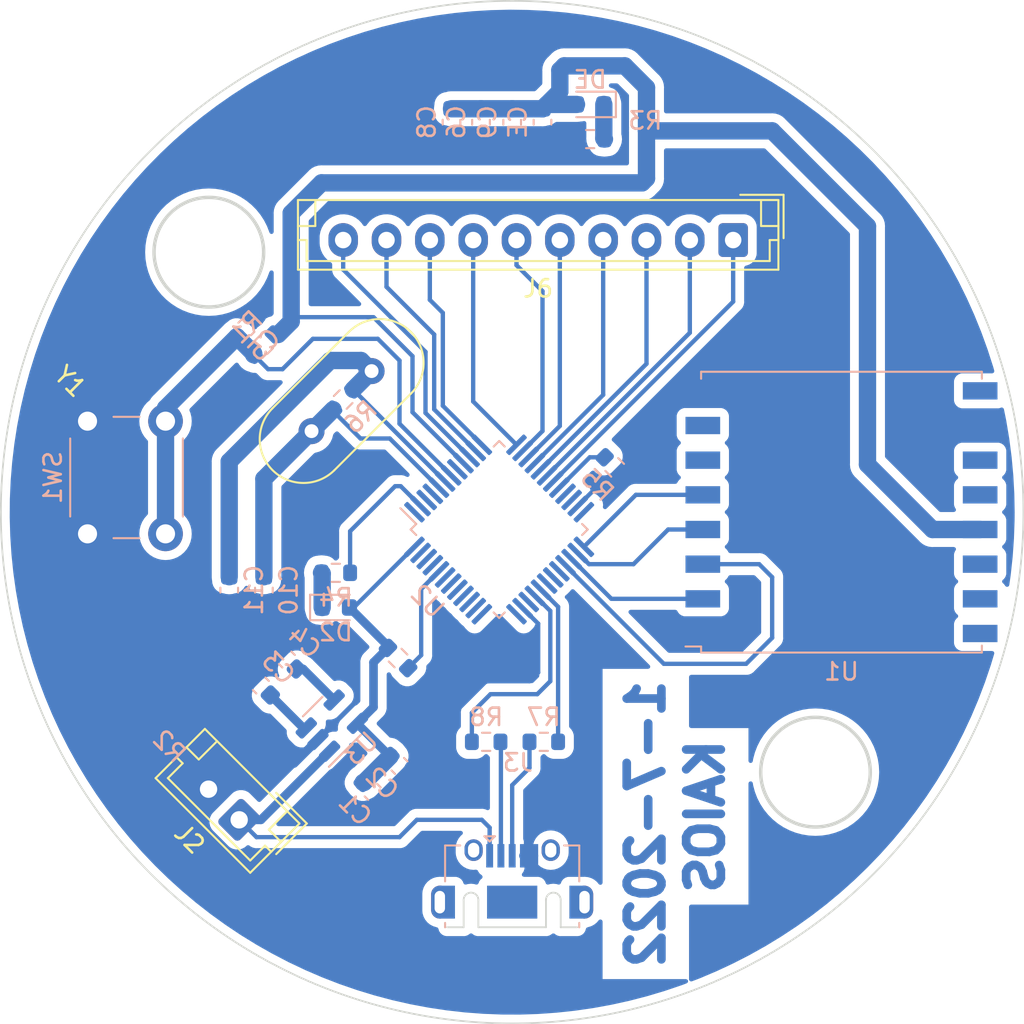
<source format=kicad_pcb>
(kicad_pcb (version 20211014) (generator pcbnew)
  (layers (0 "F.Cu" signal) (31 "B.Cu" signal) (34 "B.Paste" user) (35 "F.Paste" user) (36 "B.SilkS" user "B.Silkscreen") (37 "F.SilkS" user "F.Silkscreen") (38 "B.Mask" user) (39 "F.Mask" user) (44 "Edge.Cuts" user))
  (net 0 "")
  (net 1 "/3V3")
  (net 2 "GND")
  (net 3 "/5V")
  (net 4 "Net-(C4-Pad1)")
  (net 5 "/RESET")
  (net 6 "/OSC_IN")
  (net 7 "/OSC_OUT")
  (net 8 "Net-(D1-Pad1)")
  (net 9 "Net-(D2-Pad1)")
  (net 10 "/BOOT0")
  (net 11 "/PC13")
  (net 12 "/BOOT1")
  (net 13 "/PA11")
  (net 14 "/PA12")
  (net 22 "/VB")
  (net 30 "/SWDIO")
  (net 31 "/SWCLK")
  (net 41 "Net-(J3-Pad2)")
  (net 42 "/NSS")
  (net 43 "/SCK")
  (net 44 "/MOSI")
  (net 45 "/MISO")
  (net 46 "Net-(J3-Pad3)")
  (net 47 "Net-(J4-Pad1)")
  (net 48 "/B1")
  (net 49 "/B0")
  (net 50 "/A7")
  (net 51 "/A6")
  (net 52 "/A5")
  (net 53 "/A4")
  (net 54 "/A3")
  (net 55 "/A2")
  (net 56 "/A1")
  (net 57 "/A0")
  (footprint "Crystal:Crystal_HC18-U_Vertical" (layer "F.Cu") (at 108.925 90.325 45)
    (fp_text reference "Y1" (at -7.820534 -11.871321 135) (layer "F.SilkS"))
    (fp_text value "8M")
    (fp_line (start -0.675 2.525) (end 5.575 2.525) (layer "F.SilkS") (width 0.12))
    (fp_line (start -0.675 -2.525) (end 5.575 -2.525) (layer "F.SilkS") (width 0.12))
    (fp_arc (start -0.675 2.525) (mid -3.2 0) (end -0.675 -2.525) (layer "F.SilkS") (width 0.12))
    (fp_arc (start 5.575 -2.525) (mid 8.1 -0.000001) (end 5.575 2.525) (layer "F.SilkS") (width 0.12))
    (pad "1" thru_hole circle (at 0 0 45) (size 1.5 1.5) (drill 0.8) (layers *.Cu *.Mask) (net 6 "/OSC_IN"))
    (pad "2" thru_hole circle (at 4.9 0 45) (size 1.5 1.5) (drill 0.8) (layers *.Cu *.Mask) (net 7 "/OSC_OUT"))
  )
  (footprint "Connector_JST:JST_EH_B10B-EH-A_1x10_P2.50mm_Vertical" (layer "F.Cu") (at 133.25 79.3 180)
    (fp_text reference "J6" (at 11.25 -2.8) (layer "F.SilkS"))
    (fp_text value "Conn_01x10")
    (fp_line (start -2.61 -1.71) (end -2.61 2.31) (layer "F.SilkS") (width 0.12))
    (fp_line (start -1.61 0.81) (end -1.61 2.31) (layer "F.SilkS") (width 0.12))
    (fp_line (start -2.91 2.61) (end -0.41 2.61) (layer "F.SilkS") (width 0.12))
    (fp_line (start 25.11 -1.71) (end -2.61 -1.71) (layer "F.SilkS") (width 0.12))
    (fp_line (start 25.11 2.31) (end 25.11 -1.71) (layer "F.SilkS") (width 0.12))
    (fp_line (start 25.11 0.81) (end 24.11 0.81) (layer "F.SilkS") (width 0.12))
    (fp_line (start -2.61 0) (end -2.11 0) (layer "F.SilkS") (width 0.12))
    (fp_line (start 24.61 0) (end 25.11 0) (layer "F.SilkS") (width 0.12))
    (fp_line (start -2.91 0.11) (end -2.91 2.61) (layer "F.SilkS") (width 0.12))
    (fp_line (start -2.11 0) (end -2.11 -1.21) (layer "F.SilkS") (width 0.12))
    (fp_line (start 24.11 0.81) (end 24.11 2.31) (layer "F.SilkS") (width 0.12))
    (fp_line (start -2.11 -1.21) (end 24.61 -1.21) (layer "F.SilkS") (width 0.12))
    (fp_line (start 24.61 -1.21) (end 24.61 0) (layer "F.SilkS") (width 0.12))
    (fp_line (start -2.61 0.81) (end -1.61 0.81) (layer "F.SilkS") (width 0.12))
    (fp_line (start -2.61 2.31) (end 25.11 2.31) (layer "F.SilkS") (width 0.12))
    (pad "1" thru_hole roundrect (at 0 0 180) (size 1.7 1.95) (drill 0.95) (layers *.Cu *.Mask) (roundrect_rratio 0.147059) (net 48 "/B1"))
    (pad "2" thru_hole oval (at 2.5 0 180) (size 1.7 1.95) (drill 0.95) (layers *.Cu *.Mask) (net 49 "/B0"))
    (pad "3" thru_hole oval (at 5 0 180) (size 1.7 1.95) (drill 0.95) (layers *.Cu *.Mask) (net 50 "/A7"))
    (pad "4" thru_hole oval (at 7.5 0 180) (size 1.7 1.95) (drill 0.95) (layers *.Cu *.Mask) (net 51 "/A6"))
    (pad "5" thru_hole oval (at 10 0 180) (size 1.7 1.95) (drill 0.95) (layers *.Cu *.Mask) (net 52 "/A5"))
    (pad "6" thru_hole oval (at 12.5 0 180) (size 1.7 1.95) (drill 0.95) (layers *.Cu *.Mask) (net 53 "/A4"))
    (pad "7" thru_hole oval (at 15 0 180) (size 1.7 1.95) (drill 0.95) (layers *.Cu *.Mask) (net 54 "/A3"))
    (pad "8" thru_hole oval (at 17.5 0 180) (size 1.7 1.95) (drill 0.95) (layers *.Cu *.Mask) (net 55 "/A2"))
    (pad "9" thru_hole oval (at 20 0 180) (size 1.7 1.95) (drill 0.95) (layers *.Cu *.Mask) (net 56 "/A1"))
    (pad "10" thru_hole oval (at 22.5 0 180) (size 1.7 1.95) (drill 0.95) (layers *.Cu *.Mask) (net 57 "/A0"))
  )
  (footprint "Connector_JST:JST_EH_B2B-EH-A_1x02_P2.50mm_Vertical" (layer "F.Cu") (at 104.75 112.75 135)
    (fp_text reference "J2" (at 1.249999 -2.8 135) (layer "F.SilkS"))
    (fp_text value "Battery")
    (fp_line (start 4.11 0.81) (end 4.11 2.31) (layer "F.SilkS") (width 0.12))
    (fp_line (start 5.11 2.31) (end 5.11 -1.71) (layer "F.SilkS") (width 0.12))
    (fp_line (start -2.11 0) (end -2.11 -1.21) (layer "F.SilkS") (width 0.12))
    (fp_line (start -2.91 0.11) (end -2.91 2.61) (layer "F.SilkS") (width 0.12))
    (fp_line (start 5.11 -1.71) (end -2.61 -1.71) (layer "F.SilkS") (width 0.12))
    (fp_line (start 5.11 0.81) (end 4.11 0.81) (layer "F.SilkS") (width 0.12))
    (fp_line (start -2.61 0) (end -2.11 0) (layer "F.SilkS") (width 0.12))
    (fp_line (start -2.91 2.61) (end -0.41 2.61) (layer "F.SilkS") (width 0.12))
    (fp_line (start -1.61 0.81) (end -1.61 2.31) (layer "F.SilkS") (width 0.12))
    (fp_line (start -2.61 2.31) (end 5.11 2.31) (layer "F.SilkS") (width 0.12))
    (fp_line (start 4.61 0) (end 5.11 0) (layer "F.SilkS") (width 0.12))
    (fp_line (start 4.61 -1.21) (end 4.61 0) (layer "F.SilkS") (width 0.12))
    (fp_line (start -2.61 0.81) (end -1.61 0.81) (layer "F.SilkS") (width 0.12))
    (fp_line (start -2.61 -1.71) (end -2.61 2.31) (layer "F.SilkS") (width 0.12))
    (fp_line (start -2.11 -1.21) (end 4.61 -1.21) (layer "F.SilkS") (width 0.12))
    (pad "1" thru_hole roundrect (at 0 0 135) (size 1.7 2) (drill 1) (layers *.Cu *.Mask) (roundrect_rratio 0.147059) (net 3 "/5V"))
    (pad "2" thru_hole oval (at 2.5 0 135) (size 1.7 2) (drill 1) (layers *.Cu *.Mask) (net 2 "GND"))
  )
  (footprint "LED_SMD:LED_0603_1608Metric" (layer "B.Cu") (at 110.325 100.5)
    (fp_text reference "D2" (at 0 1.43) (layer "B.SilkS") (effects (justify mirror)))
    (fp_text value "LED")
    (fp_line (start -1.485 -0.735) (end 0.8 -0.735) (layer "B.SilkS") (width 0.12))
    (fp_line (start -1.485 0.735) (end -1.485 -0.735) (layer "B.SilkS") (width 0.12))
    (fp_line (start 0.8 0.735) (end -1.485 0.735) (layer "B.SilkS") (width 0.12))
    (pad "1" smd roundrect (at -0.7875 0) (size 0.875 0.95) (layers "B.Cu" "B.Paste" "B.Mask") (net 9 "Net-(D2-Pad1)"))
    (pad "2" smd roundrect (at 0.7875 0) (size 0.875 0.95) (layers "B.Cu" "B.Paste" "B.Mask") (net 1 "/3V3"))
  )
  (footprint "RF_Module:HOPERF_RFM9XW_SMD" (layer "B.Cu") (at 139.5 95)
    (fp_text reference "U1" (at 0 9.2) (layer "B.SilkS") (effects (justify mirror)))
    (fp_text value "RFM95W-868S2")
    (fp_line (start -8.1 7.75) (end -9 7.75) (layer "B.SilkS") (width 0.12))
    (fp_line (start -8.1 -7.7) (end -8.1 -8.1) (layer "B.SilkS") (width 0.12))
    (fp_line (start -8.1 8.1) (end -8.1 7.75) (layer "B.SilkS") (width 0.12))
    (fp_line (start 8.1 -8.1) (end 8.1 -7.7) (layer "B.SilkS") (width 0.12))
    (fp_line (start -8.1 8.1) (end 8.1 8.1) (layer "B.SilkS") (width 0.12))
    (fp_line (start 8.1 8.1) (end 8.1 7.7) (layer "B.SilkS") (width 0.12))
    (fp_line (start -8.1 -8.1) (end 8.1 -8.1) (layer "B.SilkS") (width 0.12))
    (pad "1" smd rect (at -8 7) (size 2 1) (layers "B.Cu" "B.Paste" "B.Mask") (net 2 "GND"))
    (pad "2" smd rect (at -8 5) (size 2 1) (layers "B.Cu" "B.Paste" "B.Mask") (net 45 "/MISO"))
    (pad "3" smd rect (at -8 3) (size 2 1) (layers "B.Cu" "B.Paste" "B.Mask") (net 44 "/MOSI"))
    (pad "4" smd rect (at -8 1) (size 2 1) (layers "B.Cu" "B.Paste" "B.Mask") (net 43 "/SCK"))
    (pad "5" smd rect (at -8 -1) (size 2 1) (layers "B.Cu" "B.Paste" "B.Mask") (net 42 "/NSS"))
    (pad "6" smd rect (at -8 -3) (size 2 1) (layers "B.Cu" "B.Paste" "B.Mask"))
    (pad "7" smd rect (at -8 -5) (size 2 1) (layers "B.Cu" "B.Paste" "B.Mask"))
    (pad "8" smd rect (at -8 -7) (size 2 1) (layers "B.Cu" "B.Paste" "B.Mask") (net 2 "GND"))
    (pad "9" smd rect (at 8 -7) (size 2 1) (layers "B.Cu" "B.Paste" "B.Mask") (net 47 "Net-(J4-Pad1)"))
    (pad "10" smd rect (at 8 -5) (size 2 1) (layers "B.Cu" "B.Paste" "B.Mask") (net 2 "GND"))
    (pad "11" smd rect (at 8 -3) (size 2 1) (layers "B.Cu" "B.Paste" "B.Mask"))
    (pad "12" smd rect (at 8 -1) (size 2 1) (layers "B.Cu" "B.Paste" "B.Mask"))
    (pad "13" smd rect (at 8 1) (size 2 1) (layers "B.Cu" "B.Paste" "B.Mask") (net 1 "/3V3"))
    (pad "14" smd rect (at 8 3) (size 2 1) (layers "B.Cu" "B.Paste" "B.Mask"))
    (pad "15" smd rect (at 8 5) (size 2 1) (layers "B.Cu" "B.Paste" "B.Mask"))
    (pad "16" smd rect (at 8 7) (size 2 1) (layers "B.Cu" "B.Paste" "B.Mask"))
  )
  (footprint "Package_TO_SOT_SMD:TSOT-23-5" (layer "B.Cu") (at 110.098008 107.314492 45)
    (fp_text reference "U3" (at 0.255002 2.144998 45) (layer "B.SilkS") (effects (justify mirror)))
    (fp_text value "RT9193-33")
    (fp_line (start 0 -1.56) (end -0.8 -1.56) (layer "B.SilkS") (width 0.12))
    (fp_line (start 0 1.56) (end 0.8 1.56) (layer "B.SilkS") (width 0.12))
    (fp_line (start 0 1.56) (end -1.8 1.56) (layer "B.SilkS") (width 0.12))
    (fp_line (start 0 -1.56) (end 0.8 -1.56) (layer "B.SilkS") (width 0.12))
    (pad "1" smd roundrect (at -1.1375 0.95 45) (size 1.325 0.6) (layers "B.Cu" "B.Paste" "B.Mask") (net 3 "/5V"))
    (pad "2" smd roundrect (at -1.1375 0 45) (size 1.325 0.6) (layers "B.Cu" "B.Paste" "B.Mask") (net 2 "GND"))
    (pad "3" smd roundrect (at -1.1375 -0.95 45) (size 1.325 0.6) (layers "B.Cu" "B.Paste" "B.Mask") (net 3 "/5V"))
    (pad "4" smd roundrect (at 1.1375 -0.95 45) (size 1.325 0.6) (layers "B.Cu" "B.Paste" "B.Mask") (net 4 "Net-(C4-Pad1)"))
    (pad "5" smd roundrect (at 1.1375 0.95 45) (size 1.325 0.6) (layers "B.Cu" "B.Paste" "B.Mask") (net 1 "/3V3"))
  )
  (footprint "Capacitor_SMD:C_0603_1608Metric" (layer "B.Cu") (at 105.166637 84.333363 45)
    (fp_text reference "C5" (at 0 1.43 45) (layer "B.SilkS") (effects (justify mirror)))
    (fp_text value "105u")
    (fp_line (start -0.14058 -0.51) (end 0.14058 -0.51) (layer "B.SilkS") (width 0.12))
    (fp_line (start -0.14058 0.51) (end 0.14058 0.51) (layer "B.SilkS") (width 0.12))
    (pad "1" smd roundrect (at -0.775 0 45) (size 0.9 0.95) (layers "B.Cu" "B.Paste" "B.Mask") (net 5 "/RESET"))
    (pad "2" smd roundrect (at 0.775 0 45) (size 0.9 0.95) (layers "B.Cu" "B.Paste" "B.Mask") (net 2 "GND"))
  )
  (footprint "Connector_USB:USB_Micro-AB_Molex_47590-0001" (layer "B.Cu") (at 120.5 117.5 180)
    (fp_text reference "J3" (at -0.325 8.05) (layer "B.SilkS") (effects (justify mirror)))
    (fp_text value "USB_B_Micro")
    (fp_line (start -3.87 3.27) (end -3.87 1.2) (layer "B.SilkS") (width 0.12))
    (fp_line (start 3.87 -1.2) (end 3.87 -1.45) (layer "B.SilkS") (width 0.12))
    (fp_line (start 3.87 3.27) (end 3.87 1.2) (layer "B.SilkS") (width 0.12))
    (fp_line (start 3 3.27) (end 3.87 3.27) (layer "B.SilkS") (width 0.12))
    (fp_line (start -3.87 3.27) (end -3 3.27) (layer "B.SilkS") (width 0.12))
    (fp_line (start 1.3 3.5) (end 1.6 3.8) (layer "B.SilkS") (width 0.12))
    (fp_line (start 1.3 3.5) (end 1 3.8) (layer "B.SilkS") (width 0.12))
    (fp_line (start 1 3.8) (end 1.6 3.8) (layer "B.SilkS") (width 0.12))
    (fp_line (start -3.87 -1.2) (end -3.87 -1.45) (layer "B.SilkS") (width 0.12))
    (fp_line (start -1.95 -1.45) (end 1.95 -1.45) (layer "Edge.Cuts") (width 0.1))
    (fp_line (start 2.8 0.125) (end 2.8 -1.45) (layer "Edge.Cuts") (width 0.1))
    (fp_line (start -3.75 -1.45) (end -2.8 -1.45) (layer "Edge.Cuts") (width 0.1))
    (fp_line (start 2.8 -1.45) (end 3.75 -1.45) (layer "Edge.Cuts") (width 0.1))
    (fp_line (start -2.8 0.125) (end -2.8 -1.45) (layer "Edge.Cuts") (width 0.1))
    (fp_line (start -1.95 0.125) (end -1.95 -1.45) (layer "Edge.Cuts") (width 0.1))
    (fp_line (start 1.95 0.125) (end 1.95 -1.45) (layer "Edge.Cuts") (width 0.1))
    (fp_arc (start 2.8 0.125) (mid 2.375 0.55) (end 1.95 0.125) (layer "Edge.Cuts") (width 0.1))
    (fp_arc (start -1.95 0.125) (mid -2.375 0.55) (end -2.8 0.125) (layer "Edge.Cuts") (width 0.1))
    (pad "1" smd rect (at 1.3 2.675 180) (size 0.4 1.35) (layers "B.Cu" "B.Paste" "B.Mask") (net 3 "/5V"))
    (pad "2" smd rect (at 0.65 2.675 180) (size 0.4 1.35) (layers "B.Cu" "B.Paste" "B.Mask") (net 41 "Net-(J3-Pad2)"))
    (pad "3" smd rect (at 0 2.675 180) (size 0.4 1.35) (layers "B.Cu" "B.Paste" "B.Mask") (net 46 "Net-(J3-Pad3)"))
    (pad "4" smd rect (at -0.65 2.675 180) (size 0.4 1.35) (layers "B.Cu" "B.Paste" "B.Mask") (net 2 "GND"))
    (pad "5" smd rect (at -1.3 2.675 180) (size 0.4 1.35) (layers "B.Cu" "B.Paste" "B.Mask") (net 2 "GND"))
    (pad "6" thru_hole oval (at -2.225 3 180) (size 1.05 1.25) (drill oval 0.65 0.85) (layers *.Cu *.Mask))
    (pad "6" smd rect (at -3.7375 0 180) (size 0.875 1.9) (layers "B.Cu" "B.Mask"))
    (pad "6" thru_hole oval (at 2.225 3 180) (size 1.05 1.25) (drill oval 0.65 0.85) (layers *.Cu *.Mask))
    (pad "6" smd rect (at 3.7375 0 180) (size 0.875 1.9) (layers "B.Cu" "B.Mask"))
    (pad "6" thru_hole oval (at 4.175 0 180) (size 1 1.9) (drill oval 0.6 1.3) (layers *.Cu *.Mask))
    (pad "6" thru_hole oval (at -4.175 0 180) (size 1 1.9) (drill oval 0.6 1.3) (layers *.Cu *.Mask))
    (pad "6" smd rect (at 0 0 180) (size 2.9 1.9) (layers "B.Cu" "B.Paste" "B.Mask"))
  )
  (footprint "Resistor_SMD:R_0603_1608Metric" (layer "B.Cu") (at 122.325 108.25 180)
    (fp_text reference "R7" (at 0 1.43) (layer "B.SilkS") (effects (justify mirror)))
    (fp_text value "100K")
    (fp_line (start -0.237258 0.5225) (end 0.237258 0.5225) (layer "B.SilkS") (width 0.12))
    (fp_line (start -0.237258 -0.5225) (end 0.237258 -0.5225) (layer "B.SilkS") (width 0.12))
    (pad "1" smd roundrect (at -0.825 0 180) (size 0.8 0.95) (layers "B.Cu" "B.Paste" "B.Mask") (net 13 "/PA11"))
    (pad "2" smd roundrect (at 0.825 0 180) (size 0.8 0.95) (layers "B.Cu" "B.Paste" "B.Mask") (net 46 "Net-(J3-Pad3)"))
  )
  (footprint "Resistor_SMD:R_0603_1608Metric" (layer "B.Cu") (at 126.416637 92.416637 -45)
    (fp_text reference "R5" (at 0 1.43 135) (layer "B.SilkS") (effects (justify mirror)))
    (fp_text value "100K")
    (fp_line (start -0.237258 0.5225) (end 0.237258 0.5225) (layer "B.SilkS") (width 0.12))
    (fp_line (start -0.237258 -0.5225) (end 0.237258 -0.5225) (layer "B.SilkS") (width 0.12))
    (pad "1" smd roundrect (at -0.825 0 315) (size 0.8 0.95) (layers "B.Cu" "B.Paste" "B.Mask") (net 12 "/BOOT1"))
    (pad "2" smd roundrect (at 0.825 0 315) (size 0.8 0.95) (layers "B.Cu" "B.Paste" "B.Mask") (net 2 "GND"))
  )
  (footprint "Capacitor_SMD:C_0603_1608Metric" (layer "B.Cu") (at 118.701992 72.5 -90)
    (fp_text reference "C6" (at 0 1.43 90) (layer "B.SilkS") (effects (justify mirror)))
    (fp_text value "104u")
    (fp_line (start -0.14058 -0.51) (end 0.14058 -0.51) (layer "B.SilkS") (width 0.12))
    (fp_line (start -0.14058 0.51) (end 0.14058 0.51) (layer "B.SilkS") (width 0.12))
    (pad "1" smd roundrect (at -0.775 0 270) (size 0.9 0.95) (layers "B.Cu" "B.Paste" "B.Mask") (net 1 "/3V3"))
    (pad "2" smd roundrect (at 0.775 0 270) (size 0.9 0.95) (layers "B.Cu" "B.Paste" "B.Mask") (net 2 "GND"))
  )
  (footprint "LED_SMD:LED_0603_1608Metric" (layer "B.Cu") (at 125 71.475 180)
    (fp_text reference "DE" (at 0 1.43) (layer "B.SilkS") (effects (justify mirror)))
    (fp_text value "LED")
    (fp_line (start -1.485 0.735) (end -1.485 -0.735) (layer "B.SilkS") (width 0.12))
    (fp_line (start 0.8 0.735) (end -1.485 0.735) (layer "B.SilkS") (width 0.12))
    (fp_line (start -1.485 -0.735) (end 0.8 -0.735) (layer "B.SilkS") (width 0.12))
    (pad "1" smd roundrect (at -0.7875 0 180) (size 0.875 0.95) (layers "B.Cu" "B.Paste" "B.Mask") (net 8 "Net-(D1-Pad1)"))
    (pad "2" smd roundrect (at 0.7875 0 180) (size 0.875 0.95) (layers "B.Cu" "B.Paste" "B.Mask") (net 1 "/3V3"))
  )
  (footprint "Capacitor_SMD:C_0603_1608Metric" (layer "B.Cu") (at 114 109.639373 -45)
    (fp_text reference "C2" (at 0 1.43 135) (layer "B.SilkS") (effects (justify mirror)))
    (fp_text value "104u")
    (fp_line (start -0.14058 -0.51) (end 0.14058 -0.51) (layer "B.SilkS") (width 0.12))
    (fp_line (start -0.14058 0.51) (end 0.14058 0.51) (layer "B.SilkS") (width 0.12))
    (pad "1" smd roundrect (at -0.775 0 315) (size 0.9 0.95) (layers "B.Cu" "B.Paste" "B.Mask") (net 1 "/3V3"))
    (pad "2" smd roundrect (at 0.775 0 315) (size 0.9 0.95) (layers "B.Cu" "B.Paste" "B.Mask") (net 2 "GND"))
  )
  (footprint "Resistor_SMD:R_0603_1608Metric" (layer "B.Cu") (at 110.325 98.5)
    (fp_text reference "R4" (at 0 1.43) (layer "B.SilkS") (effects (justify mirror)))
    (fp_text value "510")
    (fp_line (start -0.237258 -0.5225) (end 0.237258 -0.5225) (layer "B.SilkS") (width 0.12))
    (fp_line (start -0.237258 0.5225) (end 0.237258 0.5225) (layer "B.SilkS") (width 0.12))
    (pad "1" smd roundrect (at -0.825 0) (size 0.8 0.95) (layers "B.Cu" "B.Paste" "B.Mask") (net 9 "Net-(D2-Pad1)"))
    (pad "2" smd roundrect (at 0.825 0) (size 0.8 0.95) (layers "B.Cu" "B.Paste" "B.Mask") (net 11 "/PC13"))
  )
  (footprint "Resistor_SMD:R_0603_1608Metric" (layer "B.Cu") (at 125 73.475 180)
    (fp_text reference "R3" (at -3.181981 1.06066) (layer "B.SilkS") (effects (justify mirror)))
    (fp_text value "510")
    (fp_line (start -0.237258 0.5225) (end 0.237258 0.5225) (layer "B.SilkS") (width 0.12))
    (fp_line (start -0.237258 -0.5225) (end 0.237258 -0.5225) (layer "B.SilkS") (width 0.12))
    (pad "1" smd roundrect (at -0.825 0 180) (size 0.8 0.95) (layers "B.Cu" "B.Paste" "B.Mask") (net 8 "Net-(D1-Pad1)"))
    (pad "2" smd roundrect (at 0.825 0 180) (size 0.8 0.95) (layers "B.Cu" "B.Paste" "B.Mask") (net 2 "GND"))
  )
  (footprint "Resistor_SMD:R_0603_1608Metric" (layer "B.Cu") (at 110.75 88.5 45)
    (fp_text reference "R6" (at 0 1.43 45) (layer "B.SilkS") (effects (justify mirror)))
    (fp_text value "1M")
    (fp_line (start -0.237258 -0.5225) (end 0.237258 -0.5225) (layer "B.SilkS") (width 0.12))
    (fp_line (start -0.237258 0.5225) (end 0.237258 0.5225) (layer "B.SilkS") (width 0.12))
    (pad "1" smd roundrect (at -0.825 0 45) (size 0.8 0.95) (layers "B.Cu" "B.Paste" "B.Mask") (net 6 "/OSC_IN"))
    (pad "2" smd roundrect (at 0.825 0 45) (size 0.8 0.95) (layers "B.Cu" "B.Paste" "B.Mask") (net 7 "/OSC_OUT"))
  )
  (footprint "Button_Switch_THT:SW_PUSH_6mm" (layer "B.Cu") (at 96 89.75 -90)
    (fp_text reference "SW1" (at 3.25 2 90) (layer "B.SilkS") (effects (justify mirror)))
    (fp_text value "SW_Push")
    (fp_line (start 5.5 1) (end 1 1) (layer "B.SilkS") (width 0.12))
    (fp_line (start 1 -5.5) (end 5.5 -5.5) (layer "B.SilkS") (width 0.12))
    (fp_line (start -0.25 -1.5) (end -0.25 -3) (layer "B.SilkS") (width 0.12))
    (fp_line (start 6.75 -3) (end 6.75 -1.5) (layer "B.SilkS") (width 0.12))
    (pad "1" thru_hole circle (at 6.5 0 180) (size 2 2) (drill 1.1) (layers *.Cu *.Mask) (net 2 "GND"))
    (pad "1" thru_hole circle (at 0 0 180) (size 2 2) (drill 1.1) (layers *.Cu *.Mask) (net 2 "GND"))
    (pad "2" thru_hole circle (at 0 -4.5 180) (size 2 2) (drill 1.1) (layers *.Cu *.Mask) (net 5 "/RESET"))
    (pad "2" thru_hole circle (at 6.5 -4.5 180) (size 2 2) (drill 1.1) (layers *.Cu *.Mask) (net 5 "/RESET"))
  )
  (footprint "Package_QFP:LQFP-48_7x7mm_P0.5mm" (layer "B.Cu") (at 119.75 96 -45)
    (fp_text reference "U2" (at 0 5.85 135) (layer "B.SilkS") (effects (justify mirror)))
    (fp_text value "STM32F103C8T6")
    (fp_line (start 3.61 -3.61) (end 3.61 -3.16) (layer "B.SilkS") (width 0.12))
    (fp_line (start -3.61 -3.61) (end -3.61 -3.16) (layer "B.SilkS") (width 0.12))
    (fp_line (start 3.16 3.61) (end 3.61 3.61) (layer "B.SilkS") (width 0.12))
    (fp_line (start -3.61 3.16) (end -4.9 3.16) (layer "B.SilkS") (width 0.12))
    (fp_line (start 3.16 -3.61) (end 3.61 -3.61) (layer "B.SilkS") (width 0.12))
    (fp_line (start -3.16 -3.61) (end -3.61 -3.61) (layer "B.SilkS") (width 0.12))
    (fp_line (start -3.16 3.61) (end -3.61 3.61) (layer "B.SilkS") (width 0.12))
    (fp_line (start -3.61 3.61) (end -3.61 3.16) (layer "B.SilkS") (width 0.12))
    (fp_line (start 3.61 3.61) (end 3.61 3.16) (layer "B.SilkS") (width 0.12))
    (pad "1" smd roundrect (at -4.1625 2.75 315) (size 1.475 0.3) (layers "B.Cu" "B.Paste" "B.Mask") (net 22 "/VB"))
    (pad "2" smd roundrect (at -4.1625 2.25 315) (size 1.475 0.3) (layers "B.Cu" "B.Paste" "B.Mask") (net 11 "/PC13"))
    (pad "3" smd roundrect (at -4.1625 1.75 315) (size 1.475 0.3) (layers "B.Cu" "B.Paste" "B.Mask"))
    (pad "4" smd roundrect (at -4.1625 1.25 315) (size 1.475 0.3) (layers "B.Cu" "B.Paste" "B.Mask"))
    (pad "5" smd roundrect (at -4.1625 0.75 315) (size 1.475 0.3) (layers "B.Cu" "B.Paste" "B.Mask") (net 6 "/OSC_IN"))
    (pad "6" smd roundrect (at -4.1625 0.25 315) (size 1.475 0.3) (layers "B.Cu" "B.Paste" "B.Mask") (net 7 "/OSC_OUT"))
    (pad "7" smd roundrect (at -4.1625 -0.25 315) (size 1.475 0.3) (layers "B.Cu" "B.Paste" "B.Mask") (net 5 "/RESET"))
    (pad "8" smd roundrect (at -4.1625 -0.75 315) (size 1.475 0.3) (layers "B.Cu" "B.Paste" "B.Mask") (net 2 "GND"))
    (pad "9" smd roundrect (at -4.1625 -1.25 315) (size 1.475 0.3) (layers "B.Cu" "B.Paste" "B.Mask") (net 1 "/3V3"))
    (pad "10" smd roundrect (at -4.1625 -1.75 315) (size 1.475 0.3) (layers "B.Cu" "B.Paste" "B.Mask") (net 57 "/A0"))
    (pad "11" smd roundrect (at -4.1625 -2.25 315) (size 1.475 0.3) (layers "B.Cu" "B.Paste" "B.Mask") (net 56 "/A1"))
    (pad "12" smd roundrect (at -4.1625 -2.75 315) (size 1.475 0.3) (layers "B.Cu" "B.Paste" "B.Mask") (net 55 "/A2"))
    (pad "13" smd roundrect (at -2.75 -4.1625 315) (size 0.3 1.475) (layers "B.Cu" "B.Paste" "B.Mask") (net 54 "/A3"))
    (pad "14" smd roundrect (at -2.25 -4.1625 315) (size 0.3 1.475) (layers "B.Cu" "B.Paste" "B.Mask") (net 53 "/A4"))
    (pad "15" smd roundrect (at -1.75 -4.1625 315) (size 0.3 1.475) (layers "B.Cu" "B.Paste" "B.Mask") (net 52 "/A5"))
    (pad "16" smd roundrect (at -1.25 -4.1625 315) (size 0.3 1.475) (layers "B.Cu" "B.Paste" "B.Mask") (net 51 "/A6"))
    (pad "17" smd roundrect (at -0.75 -4.1625 315) (size 0.3 1.475) (layers "B.Cu" "B.Paste" "B.Mask") (net 50 "/A7"))
    (pad "18" smd roundrect (at -0.25 -4.1625 315) (size 0.3 1.475) (layers "B.Cu" "B.Paste" "B.Mask") (net 49 "/B0"))
    (pad "19" smd roundrect (at 0.25 -4.1625 315) (size 0.3 1.475) (layers "B.Cu" "B.Paste" "B.Mask") (net 48 "/B1"))
    (pad "20" smd roundrect (at 0.75 -4.1625 315) (size 0.3 1.475) (layers "B.Cu" "B.Paste" "B.Mask") (net 12 "/BOOT1"))
    (pad "21" smd roundrect (at 1.25 -4.1625 315) (size 0.3 1.475) (layers "B.Cu" "B.Paste" "B.Mask"))
    (pad "22" smd roundrect (at 1.75 -4.1625 315) (size 0.3 1.475) (layers "B.Cu" "B.Paste" "B.Mask"))
    (pad "23" smd roundrect (at 2.25 -4.1625 315) (size 0.3 1.475) (layers "B.Cu" "B.Paste" "B.Mask") (net 2 "GND"))
    (pad "24" smd roundrect (at 2.75 -4.1625 315) (size 0.3 1.475) (layers "B.Cu" "B.Paste" "B.Mask") (net 1 "/3V3"))
    (pad "25" smd roundrect (at 4.1625 -2.75 315) (size 1.475 0.3) (layers "B.Cu" "B.Paste" "B.Mask") (net 42 "/NSS"))
    (pad "26" smd roundrect (at 4.1625 -2.25 315) (size 1.475 0.3) (layers "B.Cu" "B.Paste" "B.Mask") (net 43 "/SCK"))
    (pad "27" smd roundrect (at 4.1625 -1.75 315) (size 1.475 0.3) (layers "B.Cu" "B.Paste" "B.Mask") (net 45 "/MISO"))
    (pad "28" smd roundrect (at 4.1625 -1.25 315) (size 1.475 0.3) (layers "B.Cu" "B.Paste" "B.Mask") (net 44 "/MOSI"))
    (pad "29" smd roundrect (at 4.1625 -0.75 315) (size 1.475 0.3) (layers "B.Cu" "B.Paste" "B.Mask"))
    (pad "30" smd roundrect (at 4.1625 -0.25 315) (size 1.475 0.3) (layers "B.Cu" "B.Paste" "B.Mask"))
    (pad "31" smd roundrect (at 4.1625 0.25 315) (size 1.475 0.3) (layers "B.Cu" "B.Paste" "B.Mask"))
    (pad "32" smd roundrect (at 4.1625 0.75 315) (size 1.475 0.3) (layers "B.Cu" "B.Paste" "B.Mask") (net 13 "/PA11"))
    (pad "33" smd roundrect (at 4.1625 1.25 315) (size 1.475 0.3) (layers "B.Cu" "B.Paste" "B.Mask") (net 14 "/PA12"))
    (pad "34" smd roundrect (at 4.1625 1.75 315) (size 1.475 0.3) (layers "B.Cu" "B.Paste" "B.Mask") (net 30 "/SWDIO"))
    (pad "35" smd roundrect (at 4.1625 2.25 315) (size 1.475 0.3) (layers "B.Cu" "B.Paste" "B.Mask") (net 2 "GND"))
    (pad "36" smd roundrect (at 4.1625 2.75 315) (size 1.475 0.3) (layers "B.Cu" "B.Paste" "B.Mask") (net 1 "/3V3"))
    (pad "37" smd roundrect (at 2.75 4.1625 315) (size 0.3 1.475) (layers "B.Cu" "B.Paste" "B.Mask") (net 31 "/SWCLK"))
    (pad "38" smd roundrect (at 2.25 4.1625 315) (size 0.3 1.475) (layers "B.Cu" "B.Paste" "B.Mask"))
    (pad "39" smd roundrect (at 1.75 4.1625 315) (size 0.3 1.475) (layers "B.Cu" "B.Paste" "B.Mask"))
    (pad "40" smd roundrect (at 1.25 4.1625 315) (size 0.3 1.475) (layers "B.Cu" "B.Paste" "B.Mask"))
    (pad "41" smd roundrect (at 0.75 4.1625 315) (size 0.3 1.475) (layers "B.Cu" "B.Paste" "B.Mask"))
    (pad "42" smd roundrect (at 0.25 4.1625 315) (size 0.3 1.475) (layers "B.Cu" "B.Paste" "B.Mask"))
    (pad "43" smd roundrect (at -0.25 4.1625 315) (size 0.3 1.475) (layers "B.Cu" "B.Paste" "B.Mask"))
    (pad "44" smd roundrect (at -0.75 4.1625 315) (size 0.3 1.475) (layers "B.Cu" "B.Paste" "B.Mask") (net 10 "/BOOT0"))
    (pad "45" smd roundrect (at -1.25 4.1625 315) (size 0.3 1.475) (layers "B.Cu" "B.Paste" "B.Mask"))
    (pad "46" smd roundrect (at -1.75 4.1625 315) (size 0.3 1.475) (layers "B.Cu" "B.Paste" "B.Mask"))
    (pad "47" smd roundrect (at -2.25 4.1625 315) (size 0.3 1.475) (layers "B.Cu" "B.Paste" "B.Mask") (net 2 "GND"))
    (pad "48" smd roundrect (at -2.75 4.1625 315) (size 0.3 1.475) (layers "B.Cu" "B.Paste" "B.Mask") (net 1 "/3V3"))
  )
  (footprint "Capacitor_SMD:C_0603_1608Metric" (layer "B.Cu") (at 107.5 103.5 135)
    (fp_text reference "C4" (at 0 1.43 135) (layer "B.SilkS") (effects (justify mirror)))
    (fp_text value "223u")
    (fp_line (start -0.14058 -0.51) (end 0.14058 -0.51) (layer "B.SilkS") (width 0.12))
    (fp_line (start -0.14058 0.51) (end 0.14058 0.51) (layer "B.SilkS") (width 0.12))
    (pad "1" smd roundrect (at -0.775 0 135) (size 0.9 0.95) (layers "B.Cu" "B.Paste" "B.Mask") (net 4 "Net-(C4-Pad1)"))
    (pad "2" smd roundrect (at 0.775 0 135) (size 0.9 0.95) (layers "B.Cu" "B.Paste" "B.Mask") (net 2 "GND"))
  )
  (footprint "Capacitor_SMD:C_0603_1608Metric" (layer "B.Cu") (at 112.451992 111.141365 -45)
    (fp_text reference "C1" (at 0 1.43 135) (layer "B.SilkS") (effects (justify mirror)))
    (fp_text value "106u")
    (fp_line (start -0.14058 0.51) (end 0.14058 0.51) (layer "B.SilkS") (width 0.12))
    (fp_line (start -0.14058 -0.51) (end 0.14058 -0.51) (layer "B.SilkS") (width 0.12))
    (pad "1" smd roundrect (at -0.775 0 315) (size 0.9 0.95) (layers "B.Cu" "B.Paste" "B.Mask") (net 1 "/3V3"))
    (pad "2" smd roundrect (at 0.775 0 315) (size 0.9 0.95) (layers "B.Cu" "B.Paste" "B.Mask") (net 2 "GND"))
  )
  (footprint "Capacitor_SMD:C_0603_1608Metric" (layer "B.Cu") (at 120.5 72.5 -90)
    (fp_text reference "C9" (at 0 1.43 90) (layer "B.SilkS") (effects (justify mirror)))
    (fp_text value "104u")
    (fp_line (start -0.14058 0.51) (end 0.14058 0.51) (layer "B.SilkS") (width 0.12))
    (fp_line (start -0.14058 -0.51) (end 0.14058 -0.51) (layer "B.SilkS") (width 0.12))
    (pad "1" smd roundrect (at -0.775 0 270) (size 0.9 0.95) (layers "B.Cu" "B.Paste" "B.Mask") (net 1 "/3V3"))
    (pad "2" smd roundrect (at 0.775 0 270) (size 0.9 0.95) (layers "B.Cu" "B.Paste" "B.Mask") (net 2 "GND"))
  )
  (footprint "Capacitor_SMD:C_0603_1608Metric" (layer "B.Cu") (at 106 105 135)
    (fp_text reference "C3" (at 0 1.43 135) (layer "B.SilkS") (effects (justify mirror)))
    (fp_text value "105u")
    (fp_line (start -0.14058 0.51) (end 0.14058 0.51) (layer "B.SilkS") (width 0.12))
    (fp_line (start -0.14058 -0.51) (end 0.14058 -0.51) (layer "B.SilkS") (width 0.12))
    (pad "1" smd roundrect (at -0.775 0 135) (size 0.9 0.95) (layers "B.Cu" "B.Paste" "B.Mask") (net 3 "/5V"))
    (pad "2" smd roundrect (at 0.775 0 135) (size 0.9 0.95) (layers "B.Cu" "B.Paste" "B.Mask") (net 2 "GND"))
  )
  (footprint "Capacitor_SMD:C_0603_1608Metric" (layer "B.Cu") (at 104.175 99.5 90)
    (fp_text reference "C11" (at 0 1.43 90) (layer "B.SilkS") (effects (justify mirror)))
    (fp_text value "20p")
    (fp_line (start -0.14058 0.51) (end 0.14058 0.51) (layer "B.SilkS") (width 0.12))
    (fp_line (start -0.14058 -0.51) (end 0.14058 -0.51) (layer "B.SilkS") (width 0.12))
    (pad "1" smd roundrect (at -0.775 0 90) (size 0.9 0.95) (layers "B.Cu" "B.Paste" "B.Mask") (net 2 "GND"))
    (pad "2" smd roundrect (at 0.775 0 90) (size 0.9 0.95) (layers "B.Cu" "B.Paste" "B.Mask") (net 7 "/OSC_OUT"))
  )
  (footprint "Capacitor_SMD:C_0603_1608Metric" (layer "B.Cu") (at 122.25 72.5 -90)
    (fp_text reference "CE" (at 0 1.43 90) (layer "B.SilkS") (effects (justify mirror)))
    (fp_text value "104u")
    (fp_line (start -0.14058 -0.51) (end 0.14058 -0.51) (layer "B.SilkS") (width 0.12))
    (fp_line (start -0.14058 0.51) (end 0.14058 0.51) (layer "B.SilkS") (width 0.12))
    (pad "1" smd roundrect (at -0.775 0 270) (size 0.9 0.95) (layers "B.Cu" "B.Paste" "B.Mask") (net 1 "/3V3"))
    (pad "2" smd roundrect (at 0.775 0 270) (size 0.9 0.95) (layers "B.Cu" "B.Paste" "B.Mask") (net 2 "GND"))
  )
  (footprint "Capacitor_SMD:C_0603_1608Metric" (layer "B.Cu") (at 106.175 99.5 90)
    (fp_text reference "C10" (at 0 1.43 90) (layer "B.SilkS") (effects (justify mirror)))
    (fp_text value "20p")
    (fp_line (start -0.14058 -0.51) (end 0.14058 -0.51) (layer "B.SilkS") (width 0.12))
    (fp_line (start -0.14058 0.51) (end 0.14058 0.51) (layer "B.SilkS") (width 0.12))
    (pad "1" smd roundrect (at -0.775 0 90) (size 0.9 0.95) (layers "B.Cu" "B.Paste" "B.Mask") (net 2 "GND"))
    (pad "2" smd roundrect (at 0.775 0 90) (size 0.9 0.95) (layers "B.Cu" "B.Paste" "B.Mask") (net 6 "/OSC_IN"))
  )
  (footprint "Resistor_SMD:R_0603_1608Metric" (layer "B.Cu") (at 119 108.25 180)
    (fp_text reference "R8" (at 0 1.43) (layer "B.SilkS") (effects (justify mirror)))
    (fp_text value "100K")
    (fp_line (start -0.237258 0.5225) (end 0.237258 0.5225) (layer "B.SilkS") (width 0.12))
    (fp_line (start -0.237258 -0.5225) (end 0.237258 -0.5225) (layer "B.SilkS") (width 0.12))
    (pad "1" smd roundrect (at -0.825 0 180) (size 0.8 0.95) (layers "B.Cu" "B.Paste" "B.Mask") (net 41 "Net-(J3-Pad2)"))
    (pad "2" smd roundrect (at 0.825 0 180) (size 0.8 0.95) (layers "B.Cu" "B.Paste" "B.Mask") (net 14 "/PA12"))
  )
  (footprint "Capacitor_SMD:C_0603_1608Metric" (layer "B.Cu") (at 117 72.5 -90)
    (fp_text reference "C8" (at 0 1.43 90) (layer "B.SilkS") (effects (justify mirror)))
    (fp_text value "104u")
    (fp_line (start -0.14058 0.51) (end 0.14058 0.51) (layer "B.SilkS") (width 0.12))
    (fp_line (start -0.14058 -0.51) (end 0.14058 -0.51) (layer "B.SilkS") (width 0.12))
    (pad "1" smd roundrect (at -0.775 0 270) (size 0.9 0.95) (layers "B.Cu" "B.Paste" "B.Mask") (net 1 "/3V3"))
    (pad "2" smd roundrect (at 0.775 0 270) (size 0.9 0.95) (layers "B.Cu" "B.Paste" "B.Mask") (net 2 "GND"))
  )
  (footprint "Resistor_SMD:R_0603_1608Metric" (layer "B.Cu") (at 106.166637 85.333363 -135)
    (fp_text reference "R1" (at 0 1.43 45) (layer "B.SilkS") (effects (justify mirror)))
    (fp_text value "10K")
    (fp_line (start -0.237258 -0.5225) (end 0.237258 -0.5225) (layer "B.SilkS") (width 0.12))
    (fp_line (start -0.237258 0.5225) (end 0.237258 0.5225) (layer "B.SilkS") (width 0.12))
    (pad "1" smd roundrect (at -0.825 0 225) (size 0.8 0.95) (layers "B.Cu" "B.Paste" "B.Mask") (net 1 "/3V3"))
    (pad "2" smd roundrect (at 0.825 0 225) (size 0.8 0.95) (layers "B.Cu" "B.Paste" "B.Mask") (net 5 "/RESET"))
  )
  (footprint "Resistor_SMD:R_0603_1608Metric" (layer "B.Cu") (at 113.916637 103.416637 -45)
    (fp_text reference "R2" (at -5.735 12.93 135) (layer "B.SilkS") (effects (justify mirror)))
    (fp_text value "100K")
    (fp_line (start -0.237258 -0.5225) (end 0.237258 -0.5225) (layer "B.SilkS") (width 0.12))
    (fp_line (start -0.237258 0.5225) (end 0.237258 0.5225) (layer "B.SilkS") (width 0.12))
    (pad "1" smd roundrect (at -0.825 0 315) (size 0.8 0.95) (layers "B.Cu" "B.Paste" "B.Mask") (net 1 "/3V3"))
    (pad "2" smd roundrect (at 0.825 0 315) (size 0.8 0.95) (layers "B.Cu" "B.Paste" "B.Mask") (net 10 "/BOOT0"))
  )
  (gr_circle (center 103 80) (end 106.162278 80) (layer "Edge.Cuts") (width 0.2) (fill none))
  (gr_circle (center 120.5 95) (end 91 95) (layer "Edge.Cuts") (width 0.1) (fill none))
  (gr_circle (center 138 110) (end 141.162278 110) (layer "Edge.Cuts") (width 0.2) (fill none))
  (gr_text "1-7-2022" (at 128.21 112.99 90) (layer "B.Cu") (effects (font (size 2 2) (thickness 0.5)) (justify mirror)))
  (gr_text "KAIOS" (at 131.64 112.55 90) (layer "B.Cu") (effects (font (size 2 2) (thickness 0.5)) (justify mirror)))
  (segment (start 128.25 70.5) (end 127 69.25) (width 1) (layer "B.Cu") (net 1))
  (segment (start 111.574093 107.175907) (end 112.5 106.25) (width 0.5) (layer "B.Cu") (net 1))
  (segment (start 107 84.75) (end 106.75 84.75) (width 0.25) (layer "B.Cu") (net 1))
  (segment (start 107 84.75) (end 107.75 84) (width 1) (layer "B.Cu") (net 1))
  (segment (start 123.5 69.25) (end 123.25 69.5) (width 1) (layer "B.Cu") (net 1))
  (segment (start 118.701992 71.725) (end 117 71.725) (width 1) (layer "B.Cu") (net 1))
  (segment (start 113.333274 102.833274) (end 113.333274 102.720774) (width 0.5) (layer "B.Cu") (net 1))
  (segment (start 107.75 84) (end 107.75 77.75) (width 1) (layer "B.Cu") (net 1))
  (segment (start 122.5 71.475) (end 122.25 71.725) (width 1) (layer "B.Cu") (net 1))
  (segment (start 111.95 110.593357) (end 113.451992 109.091365) (width 1) (layer "B.Cu") (net 1))
  (segment (start 111.574093 107.181909) (end 111.574093 107.175907) (width 0.5) (layer "B.Cu") (net 1))
  (segment (start 107 84.75) (end 108 83.75) (width 0.25) (layer "B.Cu") (net 1))
  (segment (start 128.25 73) (end 128.25 70.5) (width 1) (layer "B.Cu") (net 1))
  (segment (start 114.75 86) (end 114.75 89.232234) (width 0.25) (layer "B.Cu") (net 1))
  (segment (start 112.5 103.666548) (end 113.333274 102.833274) (width 0.5) (layer "B.Cu") (net 1))
  (segment (start 147.5 96) (end 144.75 96) (width 1) (layer "B.Cu") (net 1))
  (segment (start 114.862124 96.998788) (end 111.360912 100.5) (width 0.25) (layer "B.Cu") (net 1))
  (segment (start 111.360912 100.5) (end 111.1125 100.5) (width 0.25) (layer "B.Cu") (net 1))
  (segment (start 107.75 77.75) (end 109.5 76) (width 1) (layer "B.Cu") (net 1))
  (segment (start 123.25 70.725) (end 122.25 71.725) (width 1) (layer "B.Cu") (net 1))
  (segment (start 113.333274 102.720774) (end 111.1125 100.5) (width 0.5) (layer "B.Cu") (net 1))
  (segment (start 124.2125 71.475) (end 122.5 71.475) (width 1) (layer "B.Cu") (net 1))
  (segment (start 112.5 106.25) (end 112.5 103.666548) (width 0.5) (layer "B.Cu") (net 1))
  (segment (start 111.574093 107.213466) (end 113.451992 109.091365) (width 0.5) (layer "B.Cu") (net 1))
  (segment (start 109.5 76) (end 128 76) (width 1) (layer "B.Cu") (net 1))
  (segment (start 111.903984 110.593357) (end 111.95 110.593357) (width 1) (layer "B.Cu") (net 1))
  (segment (start 111.574093 107.181909) (end 111.574093 107.213466) (width 0.5) (layer "B.Cu") (net 1))
  (segment (start 112.5 83.75) (end 114.75 86) (width 0.25) (layer "B.Cu") (net 1))
  (segment (start 135.5 73) (end 128.25 73) (width 1) (layer "B.Cu") (net 1))
  (segment (start 128.25 75.75) (end 128.25 73) (width 1) (layer "B.Cu") (net 1))
  (segment (start 144.75 96) (end 141 92.25) (width 1) (layer "B.Cu") (net 1))
  (segment (start 123.25 69.5) (end 123.25 70.725) (width 1) (layer "B.Cu") (net 1))
  (segment (start 108 83.75) (end 112.5 83.75) (width 0.25) (layer "B.Cu") (net 1))
  (segment (start 120.5 71.725) (end 118.701992 71.725) (width 1) (layer "B.Cu") (net 1))
  (segment (start 128 76) (end 128.25 75.75) (width 1) (layer "B.Cu") (net 1))
  (segment (start 122.25 71.725) (end 120.5 71.725) (width 1) (layer "B.Cu") (net 1))
  (segment (start 141 78.5) (end 135.5 73) (width 1) (layer "B.Cu") (net 1))
  (segment (start 141 92.25) (end 141 78.5) (width 1) (layer "B.Cu") (net 1))
  (segment (start 127 69.25) (end 123.5 69.25) (width 1) (layer "B.Cu") (net 1))
  (segment (start 114.75 89.232234) (end 117.690551 92.172785) (width 0.25) (layer "B.Cu") (net 1))
  (segment (start 122.45 73.475) (end 124.175 73.475) (width 1) (layer "B.Cu") (net 2))
  (segment (start 106.175 100.275) (end 106.175 102.175) (width 1) (layer "B.Cu") (net 2))
  (segment (start 121.425 114.825) (end 121.75048 114.825) (width 0.5) (layer "B.Cu") (net 2))
  (segment (start 104.175 100.275) (end 106.175 100.275) (width 1) (layer "B.Cu") (net 2))
  (segment (start 118.701992 73.275) (end 120.5 73.275) (width 1) (layer "B.Cu") (net 2))
  (segment (start 117.25 106.5) (end 117.25 107.485389) (width 0.25) (layer "B.Cu") (net 2))
  (segment (start 109.725 73.275) (end 117 73.275) (width 1) (layer "B.Cu") (net 2))
  (segment (start 122 101.43198) (end 122 104.25) (width 0.25) (layer "B.Cu") (net 2))
  (segment (start 121.5 104.75) (end 119 104.75) (width 0.25) (layer "B.Cu") (net 2))
  (segment (start 103.225 73.275) (end 109.725 73.275) (width 1) (layer "B.Cu") (net 2))
  (segment (start 113 111.689373) (end 113 111.75) (width 1) (layer "B.Cu") (net 2))
  (segment (start 128 92) (end 127 93) (width 1) (layer "B.Cu") (net 2))
  (segment (start 130.25 88) (end 128 90.25) (width 1) (layer "B.Cu") (net 2))
  (segment (start 131.5 88) (end 130.25 88) (width 1) (layer "B.Cu") (net 2))
  (segment (start 121.102342 100.534322) (end 122 101.43198) (width 0.25) (layer "B.Cu") (net 2))
  (segment (start 124.284322 94.647658) (end 125.43198 93.5) (width 0.25) (layer "B.Cu") (net 2))
  (segment (start 121.425 114.825) (end 121.425 113.325) (width 0.5) (layer "B.Cu") (net 2))
  (segment (start 105.451992 104.451992) (end 106.951992 102.951992) (width 1) (layer "B.Cu") (net 2))
  (segment (start 96 89.75) (end 96 96.25) (width 1) (layer "B.Cu") (net 2))
  (segment (start 101.75 112.214466) (end 102.982233 110.982233) (width 0.5) (layer "B.Cu") (net 2))
  (segment (start 96 89.75) (end 98.25 87.5) (width 1) (layer "B.Cu") (net 2))
  (segment (start 98.25 78.25) (end 103.225 73.275) (width 1) (layer "B.Cu") (net 2))
  (segment (start 125.43198 93.5) (end 126.5 93.5) (width 0.25) (layer "B.Cu") (net 2))
  (segment (start 117 73.275) (end 118.701992 73.275) (width 1) (layer "B.Cu") (net 2))
  (segment (start 109.725 73.275) (end 108.225 73.275) (width 1) (layer "B.Cu") (net 2))
  (segment (start 106.175 102.175) (end 106.951992 102.951992) (width 1) (layer "B.Cu") (net 2))
  (segment (start 128 90.25) (end 128 92) (width 1) (layer "B.Cu") (net 2))
  (segment (start 98.025 100.275) (end 96 98.25) (width 1) (layer "B.Cu") (net 2))
  (segment (start 126.5 93.5) (end 127 93) (width 0.25) (layer "B.Cu") (net 2))
  (segment (start 117.25 107.485389) (end 114.548008 110.187381) (width 0.25) (layer "B.Cu") (net 2))
  (segment (start 98.25 87.5) (end 98.25 78.25) (width 1) (layer "B.Cu") (net 2))
  (segment (start 113 111.689373) (end 113.046016 111.689373) (width 1) (layer "B.Cu") (net 2))
  (segment (start 119 104.75) (end 117.25 106.5) (width 0.25) (layer "B.Cu") (net 2))
  (segment (start 96 98.25) (end 96 96.25) (width 1) (layer "B.Cu") (net 2))
  (segment (start 122.25 73.275) (end 122.45 73.475) (width 1) (layer "B.Cu") (net 2))
  (segment (start 107.9125 109.5) (end 109.293674 108.118826) (width 0.5) (layer "B.Cu") (net 2))
  (segment (start 122 104.25) (end 121.5 104.75) (width 0.25) (layer "B.Cu") (net 2))
  (segment (start 104.464466 109.5) (end 104.464466 105.439518) (width 0.5) (layer "B.Cu") (net 2))
  (segment (start 105.714645 83.785355) (end 105.714645 83.631371) (width 1) (layer "B.Cu") (net 2))
  (segment (start 120.5 73.275) (end 122.25 73.275) (width 1) (layer "B.Cu") (net 2))
  (segment (start 121.15 114.825) (end 121.425 114.825) (width 0.5) (layer "B.Cu") (net 2))
  (segment (start 104.175 100.275) (end 98.025 100.275) (width 1) (layer "B.Cu") (net 2))
  (segment (start 113.046016 111.689373) (end 114.548008 110.187381) (width 1) (layer "B.Cu") (net 2))
  (segment (start 102.982233 110.982233) (end 104.464466 109.5) (width 0.5) (layer "B.Cu") (net 2))
  (segment (start 104.464466 105.439518) (end 105.451992 104.451992) (width 0.5) (layer "B.Cu") (net 2))
  (segment (start 121.425 113.325) (end 122.25 112.5) (width 0.5) (layer "B.Cu") (net 2))
  (segment (start 106.006002 112.75) (end 104.75 112.75) (width 0.5) (layer "B.Cu") (net 3))
  (segment (start 119.2 114.825) (end 119.2 113.2) (width 0.25) (layer "B.Cu") (net 3))
  (segment (start 114 113.75) (end 105.75 113.75) (width 0.25) (layer "B.Cu") (net 3))
  (segment (start 105.75 113.75) (end 104.75 112.75) (width 0.25) (layer "B.Cu") (net 3))
  (segment (start 108.447075 107.447075) (end 106.548008 105.548008) (width 0.5) (layer "B.Cu") (net 3))
  (segment (start 109.965425 108.790577) (end 106.006002 112.75) (width 0.5) (layer "B.Cu") (net 3))
  (segment (start 119.2 113.2) (end 118.75 112.75) (width 0.25) (layer "B.Cu") (net 3))
  (segment (start 118.75 112.75) (end 115 112.75) (width 0.25) (layer "B.Cu") (net 3))
  (segment (start 115 112.75) (end 114 113.75) (width 0.25) (layer "B.Cu") (net 3))
  (segment (start 108.621923 107.447075) (end 108.447075 107.447075) (width 0.5) (layer "B.Cu") (net 3))
  (segment (start 110.230591 105.838407) (end 108.440192 104.048008) (width 0.5) (layer "B.Cu") (net 4))
  (segment (start 108.440192 104.048008) (end 108.048008 104.048008) (width 0.5) (layer "B.Cu") (net 4))
  (segment (start 105.583274 85.916726) (end 105.583274 85.846016) (width 1) (layer "B.Cu") (net 5))
  (segment (start 114 86.25) (end 112.75 85) (width 0.25) (layer "B.Cu") (net 5))
  (segment (start 106.416548 86.75) (end 105.583274 85.916726) (width 0.25) (layer "B.Cu") (net 5))
  (segment (start 105.583274 85.846016) (end 104.618629 84.881371) (width 1) (layer "B.Cu") (net 5))
  (segment (start 104.618629 84.881371) (end 100.5 89) (width 1) (layer "B.Cu") (net 5))
  (segment (start 107.25 86.75) (end 106.416548 86.75) (width 0.25) (layer "B.Cu") (net 5))
  (segment (start 116.983445 92.879891) (end 114 89.896446) (width 0.25) (layer "B.Cu") (net 5))
  (segment (start 100.5 96.25) (end 100.5 89.75) (width 1) (layer "B.Cu") (net 5))
  (segment (start 100.5 89) (end 100.5 89.75) (width 1) (layer "B.Cu") (net 5))
  (segment (start 114 89.896446) (end 114 86.25) (width 0.25) (layer "B.Cu") (net 5))
  (segment (start 112.75 85) (end 109 85) (width 0.25) (layer "B.Cu") (net 5))
  (segment (start 109 85) (end 107.25 86.75) (width 0.25) (layer "B.Cu") (net 5))
  (segment (start 106.175 93.075) (end 108.925 90.325) (width 1) (layer "B.Cu") (net 6))
  (segment (start 106.175 98.725) (end 106.175 93.075) (width 1) (layer "B.Cu") (net 6))
  (segment (start 111.75 90.75) (end 110.166637 89.166637) (width 0.25) (layer "B.Cu") (net 6))
  (segment (start 110.166637 89.166637) (end 110.166637 89.083363) (width 0.25) (layer "B.Cu") (net 6))
  (segment (start 113.43934 90.75) (end 111.75 90.75) (width 0.25) (layer "B.Cu") (net 6))
  (segment (start 116.276338 93.586998) (end 113.43934 90.75) (width 0.25) (layer "B.Cu") (net 6))
  (segment (start 108.925 90.325) (end 110.166637 89.083363) (width 1) (layer "B.Cu") (net 6))
  (segment (start 112.389823 86.860177) (end 111.333363 87.916637) (width 1) (layer "B.Cu") (net 7))
  (segment (start 111.779646 86.25) (end 112.389823 86.860177) (width 1) (layer "B.Cu") (net 7))
  (segment (start 104.175 92.075) (end 110 86.25) (width 1) (layer "B.Cu") (net 7))
  (segment (start 104.175 98.725) (end 104.175 92.075) (width 1) (layer "B.Cu") (net 7))
  (segment (start 110 86.25) (end 111.779646 86.25) (width 1) (layer "B.Cu") (net 7))
  (segment (start 111.333363 87.936917) (end 111.333363 87.916637) (width 0.25) (layer "B.Cu") (net 7))
  (segment (start 116.629891 93.233445) (end 111.333363 87.936917) (width 0.25) (layer "B.Cu") (net 7))
  (segment (start 125.7875 71.475) (end 125.7875 73.4375) (width 1) (layer "B.Cu") (net 8))
  (segment (start 125.7875 73.4375) (end 125.825 73.475) (width 1) (layer "B.Cu") (net 8))
  (segment (start 109.5375 98.5375) (end 109.5 98.5) (width 1) (layer "B.Cu") (net 9))
  (segment (start 109.5375 100.5) (end 109.5375 98.5375) (width 1) (layer "B.Cu") (net 9))
  (segment (start 115.25 99.43934) (end 115.25 103.25) (width 0.25) (layer "B.Cu") (net 10))
  (segment (start 115.25 103.25) (end 114.5 104) (width 0.25) (layer "B.Cu") (net 10))
  (segment (start 116.276338 98.413002) (end 115.25 99.43934) (width 0.25) (layer "B.Cu") (net 10))
  (segment (start 113.75 93.5) (end 111.15 96.1) (width 0.25) (layer "B.Cu") (net 11))
  (segment (start 111.15 96.1) (end 111.15 98.5) (width 0.25) (layer "B.Cu") (net 11))
  (segment (start 115.215678 94.647658) (end 114.06802 93.5) (width 0.25) (layer "B.Cu") (net 11))
  (segment (start 114.06802 93.5) (end 113.75 93.5) (width 0.25) (layer "B.Cu") (net 11))
  (segment (start 123.223662 93.586998) (end 124.977386 91.833274) (width 0.25) (layer "B.Cu") (net 12))
  (segment (start 124.977386 91.833274) (end 125.833274 91.833274) (width 0.25) (layer "B.Cu") (net 12))
  (segment (start 122.163002 99.473662) (end 123.15 100.46066) (width 0.25) (layer "B.Cu") (net 13))
  (segment (start 123.15 100.46066) (end 123.15 108.25) (width 0.25) (layer "B.Cu") (net 13))
  (segment (start 119.25 105.5) (end 118.175 106.575) (width 0.25) (layer "B.Cu") (net 14))
  (segment (start 121.95048 105.5) (end 119.25 105.5) (width 0.25) (layer "B.Cu") (net 14))
  (segment (start 121.827215 99.827215) (end 122.70048 100.70048) (width 0.25) (layer "B.Cu") (net 14))
  (segment (start 121.809449 99.827215) (end 121.827215 99.827215) (width 0.25) (layer "B.Cu") (net 14))
  (segment (start 122.70048 100.70048) (end 122.70048 104.75) (width 0.25) (layer "B.Cu") (net 14))
  (segment (start 122.70048 104.75) (end 121.95048 105.5) (width 0.25) (layer "B.Cu") (net 14))
  (segment (start 118.175 106.575) (end 118.175 108.25) (width 0.25) (layer "B.Cu") (net 14))
  (segment (start 119.85 114.825) (end 119.85 108.275) (width 0.25) (layer "B.Cu") (net 41))
  (segment (start 119.85 108.275) (end 119.825 108.25) (width 0.25) (layer "B.Cu") (net 41))
  (segment (start 127.636664 94) (end 131.5 94) (width 0.25) (layer "B.Cu") (net 42))
  (segment (start 124.637876 96.998788) (end 127.636664 94) (width 0.25) (layer "B.Cu") (net 42))
  (segment (start 124.284322 97.352342) (end 124.93198 98) (width 0.25) (layer "B.Cu") (net 43))
  (segment (start 127.5 98) (end 129.5 96) (width 0.25) (layer "B.Cu") (net 43))
  (segment (start 129.5 96) (end 131.5 96) (width 0.25) (layer "B.Cu") (net 43))
  (segment (start 124.93198 98) (end 127.5 98) (width 0.25) (layer "B.Cu") (net 43))
  (segment (start 135.5 102.25) (end 135.5 98.75) (width 0.25) (layer "B.Cu") (net 44))
  (segment (start 123.577215 98.077215) (end 129.25 103.75) (width 0.25) (layer "B.Cu") (net 44))
  (segment (start 123.577215 98.059449) (end 123.577215 98.077215) (width 0.25) (layer "B.Cu") (net 44))
  (segment (start 135.5 98.75) (end 134.75 98) (width 0.25) (layer "B.Cu") (net 44))
  (segment (start 129.25 103.75) (end 134 103.75) (width 0.25) (layer "B.Cu") (net 44))
  (segment (start 134.75 98) (end 131.5 98) (width 0.25) (layer "B.Cu") (net 44))
  (segment (start 134 103.75) (end 135.5 102.25) (width 0.25) (layer "B.Cu") (net 44))
  (segment (start 123.930769 97.705895) (end 126.224874 100) (width 0.25) (layer "B.Cu") (net 45))
  (segment (start 126.224874 100) (end 131.5 100) (width 0.25) (layer "B.Cu") (net 45))
  (segment (start 120.5 114.825) (end 120.5 110.75) (width 0.25) (layer "B.Cu") (net 46))
  (segment (start 121.5 109.75) (end 121.5 108.25) (width 0.25) (layer "B.Cu") (net 46))
  (segment (start 120.5 110.75) (end 121.5 109.75) (width 0.25) (layer "B.Cu") (net 46))
  (segment (start 133.25 82.853554) (end 133.25 79.3) (width 0.25) (layer "B.Cu") (net 48))
  (segment (start 122.870109 93.233445) (end 133.25 82.853554) (width 0.25) (layer "B.Cu") (net 48))
  (segment (start 122.516555 92.879891) (end 130.75 84.646446) (width 0.25) (layer "B.Cu") (net 49))
  (segment (start 130.75 84.646446) (end 130.75 79.3) (width 0.25) (layer "B.Cu") (net 49))
  (segment (start 128.25 86.43934) (end 128.25 79.3) (width 0.25) (layer "B.Cu") (net 50))
  (segment (start 122.163002 92.526338) (end 128.25 86.43934) (width 0.25) (layer "B.Cu") (net 50))
  (segment (start 121.809449 92.172785) (end 125.75 88.232234) (width 0.25) (layer "B.Cu") (net 51))
  (segment (start 125.75 88.232234) (end 125.75 79.3) (width 0.25) (layer "B.Cu") (net 51))
  (segment (start 121.455895 91.819231) (end 123.25 90.025126) (width 0.25) (layer "B.Cu") (net 52))
  (segment (start 123.25 90.025126) (end 123.25 79.3) (width 0.25) (layer "B.Cu") (net 52))
  (segment (start 122.25 90.31802) (end 122.25 82.25) (width 0.25) (layer "B.Cu") (net 53))
  (segment (start 120.75 80.75) (end 120.75 79.3) (width 0.25) (layer "B.Cu") (net 53))
  (segment (start 122.25 82.25) (end 120.75 80.75) (width 0.25) (layer "B.Cu") (net 53))
  (segment (start 121.102342 91.465678) (end 122.25 90.31802) (width 0.25) (layer "B.Cu") (net 53))
  (segment (start 118.25 88.613336) (end 118.25 79.3) (width 0.25) (layer "B.Cu") (net 54))
  (segment (start 120.748788 91.112124) (end 118.25 88.613336) (width 0.25) (layer "B.Cu") (net 54))
  (segment (start 115.75 82.75) (end 115.75 79.3) (width 0.25) (layer "B.Cu") (net 55))
  (segment (start 116.5 88.860912) (end 116.5 83.5) (width 0.25) (layer "B.Cu") (net 55))
  (segment (start 116.5 83.5) (end 115.75 82.75) (width 0.25) (layer "B.Cu") (net 55))
  (segment (start 118.751212 91.112124) (end 116.5 88.860912) (width 0.25) (layer "B.Cu") (net 55))
  (segment (start 118.397658 91.465678) (end 116 89.06802) (width 0.25) (layer "B.Cu") (net 56))
  (segment (start 113.25 82) (end 113.25 79.3) (width 0.25) (layer "B.Cu") (net 56))
  (segment (start 116 89.06802) (end 116 84.75) (width 0.25) (layer "B.Cu") (net 56))
  (segment (start 116 84.75) (end 113.25 82) (width 0.25) (layer "B.Cu") (net 56))
  (segment (start 115.5 85.75) (end 115.5 89.275126) (width 0.25) (layer "B.Cu") (net 57))
  (segment (start 110.75 81) (end 115.5 85.75) (width 0.25) (layer "B.Cu") (net 57))
  (segment (start 110.75 79.3) (end 110.75 81) (width 0.25) (layer "B.Cu") (net 57))
  (segment (start 115.5 89.275126) (end 118.044105 91.819231) (width 0.25) (layer "B.Cu") (net 57))
  (zone (net 2) (net_name "GND") (layer "B.Cu") (connect_pads yes (clearance 0.508)) (min_thickness 0.254) (fill yes (thermal_gap 0.508) (thermal_bridge_width 0.508))
    (polygon (pts (xy 120.78 65.56) (xy 121.23 65.56) (xy 121.82 65.58) (xy 124.67 65.76) (xy 129.3 66.83) (xy 134.94 69.2) (xy 138.62 71.61) (xy 142.05 74.85) (xy 145.74 79.68) (xy 147.76 83.71) (xy 149.2 88.09) (xy 149.85 91.48) (xy 150.01 95.9) (xy 149.44 100.99) (xy 147.85 106.19) (xy 144.93 111.55) (xy 140.87 116.33) (xy 138.82 118.18) (xy 134.08 121.25) (xy 130.07 122.91) (xy 124.61 124.23) (xy 119.17 124.52) (xy 116.1 124.15) (xy 112.73 123.49) (xy 108.74 122.1) (xy 106.15 120.8) (xy 103.56 119.12) (xy 101.67 117.7) (xy 100.34 116.62) (xy 98.8 115.05) (xy 97.73 113.81) (xy 94.4 108.85) (xy 93.16 106.11) (xy 91.68 101.49) (xy 91.14 98.25) (xy 90.99 93.79) (xy 91.36 90.61) (xy 92.07 86.95) (xy 92.55 85.26) (xy 93.62 82.91) (xy 95.1 79.95) (xy 97.34 76.6) (xy 100.34 73.4) (xy 104.94 69.89) (xy 111.38 66.93) (xy 114.71 66.06) (xy 119.47 65.51)))
  )
)
</source>
